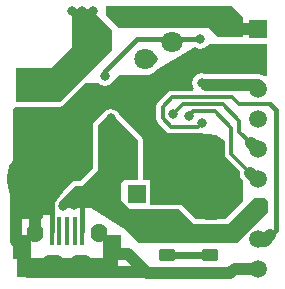
<source format=gbl>
G04*
G04 #@! TF.GenerationSoftware,Altium Limited,CircuitStudio,1.5.2 (30)*
G04*
G04 Layer_Physical_Order=2*
G04 Layer_Color=12500520*
%FSLAX25Y25*%
%MOIN*%
G70*
G01*
G75*
G04:AMPARAMS|DCode=10|XSize=55.12mil|YSize=43.31mil|CornerRadius=10.83mil|HoleSize=0mil|Usage=FLASHONLY|Rotation=180.000|XOffset=0mil|YOffset=0mil|HoleType=Round|Shape=RoundedRectangle|*
%AMROUNDEDRECTD10*
21,1,0.05512,0.02165,0,0,180.0*
21,1,0.03347,0.04331,0,0,180.0*
1,1,0.02165,-0.01673,0.01083*
1,1,0.02165,0.01673,0.01083*
1,1,0.02165,0.01673,-0.01083*
1,1,0.02165,-0.01673,-0.01083*
%
%ADD10ROUNDEDRECTD10*%
%ADD12R,0.01575X0.09449*%
%ADD24C,0.03937*%
%ADD25C,0.01575*%
%ADD26C,0.01181*%
%ADD28C,0.02362*%
%ADD39R,0.06299X0.06299*%
%ADD40O,0.05512X0.06299*%
G04:AMPARAMS|DCode=41|XSize=70.87mil|YSize=70.87mil|CornerRadius=17.72mil|HoleSize=0mil|Usage=FLASHONLY|Rotation=180.000|XOffset=0mil|YOffset=0mil|HoleType=Round|Shape=RoundedRectangle|*
%AMROUNDEDRECTD41*
21,1,0.07087,0.03543,0,0,180.0*
21,1,0.03543,0.07087,0,0,180.0*
1,1,0.03543,-0.01772,0.01772*
1,1,0.03543,0.01772,0.01772*
1,1,0.03543,0.01772,-0.01772*
1,1,0.03543,-0.01772,-0.01772*
%
%ADD41ROUNDEDRECTD41*%
%ADD42R,0.06299X0.07874*%
%ADD43C,0.19685*%
%ADD44R,0.07874X0.09449*%
G04:AMPARAMS|DCode=45|XSize=47.24mil|YSize=78.74mil|CornerRadius=11.81mil|HoleSize=0mil|Usage=FLASHONLY|Rotation=270.000|XOffset=0mil|YOffset=0mil|HoleType=Round|Shape=RoundedRectangle|*
%AMROUNDEDRECTD45*
21,1,0.04724,0.05512,0,0,270.0*
21,1,0.02362,0.07874,0,0,270.0*
1,1,0.02362,-0.02756,-0.01181*
1,1,0.02362,-0.02756,0.01181*
1,1,0.02362,0.02756,0.01181*
1,1,0.02362,0.02756,-0.01181*
%
%ADD45ROUNDEDRECTD45*%
%ADD46O,0.07874X0.04724*%
%ADD47R,0.07874X0.07874*%
%ADD48C,0.05906*%
%ADD49R,0.05906X0.05906*%
%ADD50R,0.05906X0.05906*%
%ADD51C,0.03150*%
%ADD52C,0.07087*%
%ADD53R,0.30709X0.07087*%
%ADD54R,0.14961X0.11417*%
G36*
X29921Y92126D02*
X37008Y85039D01*
X37008Y78347D01*
X19685Y61024D01*
X9449D01*
Y64961D01*
X23622Y79134D01*
Y92126D01*
X29921Y92126D01*
D02*
G37*
G36*
X45669Y48425D02*
X45669Y35039D01*
X41339Y35039D01*
X40157Y33858D01*
Y27944D01*
X42895Y25197D01*
X59449Y25197D01*
X64173Y20472D01*
X75590Y20472D01*
X84252Y29134D01*
X87795Y29134D01*
X88976Y27953D01*
Y24409D01*
X78740Y14173D01*
X45669D01*
X41732Y18504D01*
X29921Y25591D01*
X19291Y25591D01*
X19291Y27559D01*
X24803Y33071D01*
X27165D01*
D01*
X32283Y38189D01*
X32283Y53150D01*
X35827Y56693D01*
X37402D01*
X45669Y48425D01*
D02*
G37*
G36*
X77165Y92913D02*
X80709Y89370D01*
X80709Y82677D01*
X72441Y82677D01*
X69291Y85827D01*
X39370D01*
X35039Y90158D01*
X35039Y92913D01*
X43701D01*
X77165Y92913D01*
D02*
G37*
G36*
X88583Y69944D02*
X88329Y69742D01*
X87795Y69560D01*
X87209Y69952D01*
X85827Y70227D01*
X68504D01*
X68310Y70188D01*
X68158Y70290D01*
X66929Y70534D01*
X65700Y70290D01*
X64658Y69594D01*
X63962Y68552D01*
X63718Y67323D01*
X63962Y66094D01*
X64297Y65594D01*
X63876Y64806D01*
X57087D01*
X56242Y64638D01*
X55525Y64160D01*
X52376Y61010D01*
X51897Y60294D01*
X51729Y59449D01*
Y55512D01*
X51897Y54667D01*
X52376Y53951D01*
X55132Y51195D01*
X55848Y50716D01*
X56693Y50548D01*
X65748D01*
X66097Y50617D01*
X71653Y50000D01*
X74564Y48016D01*
Y43780D01*
X74732Y42935D01*
X75210Y42218D01*
X79618Y37811D01*
X79537Y37402D01*
X79812Y36019D01*
X80595Y34847D01*
X80709Y34733D01*
Y27861D01*
X74925Y22078D01*
X64838Y22078D01*
X60584Y26332D01*
X60584Y26332D01*
X60063Y26680D01*
X59839Y26725D01*
X59449Y26803D01*
X59449Y26803D01*
X49803Y26803D01*
Y34843D01*
X47436D01*
X47275Y35039D01*
X47275Y48425D01*
X47275Y48425D01*
X47153Y49040D01*
X47037Y49212D01*
X46805Y49560D01*
X46805Y49560D01*
X39494Y56872D01*
X38885Y57783D01*
X37843Y58479D01*
X36614Y58723D01*
X35385Y58479D01*
X34343Y57783D01*
X33735Y56872D01*
X31148Y54285D01*
X31148Y54285D01*
X30800Y53764D01*
X30780Y53662D01*
X30678Y53150D01*
X30678Y53149D01*
X30678Y38854D01*
X26500Y34677D01*
X24803D01*
X24803Y34677D01*
X24291Y34575D01*
X24189Y34554D01*
X23668Y34206D01*
X23668Y34206D01*
X18156Y28694D01*
X18156Y28694D01*
X18070Y28565D01*
X17808Y28174D01*
Y28174D01*
X17808Y28174D01*
X17686Y27559D01*
X17686Y27559D01*
X17686Y26533D01*
X17655Y26378D01*
X16970Y25984D01*
X16929D01*
X16929Y23785D01*
X16372Y23228D01*
X14173Y23228D01*
Y22604D01*
X13616Y22047D01*
X3937D01*
Y58781D01*
X4724Y59418D01*
X8939D01*
X9055Y59395D01*
X14567D01*
X14683Y59418D01*
X19685D01*
X20300Y59540D01*
X20820Y59888D01*
X20820Y59888D01*
X28346Y67414D01*
X32375D01*
X33417Y66718D01*
X34646Y66474D01*
X35875Y66718D01*
X36916Y67414D01*
X37343Y68052D01*
X39399Y70108D01*
X47661Y70083D01*
X48031Y70035D01*
X48386Y70081D01*
X49213Y70079D01*
X49577Y70297D01*
X50613Y70726D01*
X51682Y71547D01*
X51700Y71570D01*
X64671Y79347D01*
X65307Y78923D01*
X66535Y78679D01*
X67764Y78923D01*
X68806Y79619D01*
X69271Y80315D01*
X88583D01*
Y69944D01*
D02*
G37*
D10*
X69685Y9843D02*
D03*
Y3937D02*
D03*
X55512D02*
D03*
Y9843D02*
D03*
D12*
X19488Y18110D02*
D03*
X22047D02*
D03*
X24606D02*
D03*
X16929D02*
D03*
X27165D02*
D03*
D24*
X78347Y85433D02*
X85827D01*
X85039Y86221D02*
X85827Y85433D01*
X68504Y66614D02*
X85827D01*
X5118Y14567D02*
Y32677D01*
Y14567D02*
X7087Y12598D01*
X11417Y17323D02*
Y27953D01*
X42520Y10236D02*
X48425Y4331D01*
X39370Y10236D02*
X42520D01*
X37008Y12598D02*
X39370Y10236D01*
X69685Y3937D02*
X76378D01*
X55512D02*
X69685D01*
X48819D02*
X55512D01*
X76772Y4331D02*
X77874Y5433D01*
X76378Y3937D02*
X76772Y4331D01*
X37008D02*
X48425D01*
X48819Y3937D01*
X77874Y5433D02*
X85827D01*
X83150Y37402D02*
X85827Y34724D01*
X83307Y47244D02*
X85827Y44724D01*
Y14724D02*
X87953D01*
X89764Y16535D01*
D25*
X16929Y18110D02*
Y30709D01*
X27165Y18110D02*
Y26772D01*
X34646Y69685D02*
Y71260D01*
X45276Y81890D01*
X66535D01*
X89764Y60236D02*
X91732Y58268D01*
Y18504D02*
Y58268D01*
X89764Y16535D02*
X91732Y18504D01*
D26*
X53937Y55512D02*
Y59449D01*
Y55512D02*
X56693Y52756D01*
X79528Y51024D02*
X83307Y47244D01*
X53937Y59449D02*
X57087Y62598D01*
X57480Y57087D02*
X60630Y60236D01*
X62598Y56299D02*
X64173Y57874D01*
X56693Y52756D02*
X65748D01*
X66929Y53937D01*
X76772Y43780D02*
X83150Y37402D01*
X64173Y57874D02*
X71260D01*
X76772Y52362D01*
Y43780D02*
Y52362D01*
X60630Y60236D02*
X74016D01*
X79528Y54724D01*
Y51024D02*
Y54724D01*
X57087Y62598D02*
X77165D01*
X79528Y60236D01*
X89764D01*
D28*
X55512Y9843D02*
X69685D01*
D39*
X35827Y5512D02*
D03*
X8268D02*
D03*
D40*
X11417Y17323D02*
D03*
X32677D02*
D03*
D41*
X17323Y6299D02*
D03*
X26772D02*
D03*
D42*
X7087Y12598D02*
D03*
X37008D02*
D03*
D43*
X70079Y31496D02*
D03*
X11811Y35433D02*
D03*
D44*
Y67716D02*
D03*
D45*
Y63386D02*
D03*
D46*
Y55512D02*
D03*
D47*
Y51181D02*
D03*
D48*
X55276Y30315D02*
D03*
X85827Y65433D02*
D03*
Y55433D02*
D03*
Y45433D02*
D03*
Y35433D02*
D03*
Y25433D02*
D03*
Y15433D02*
D03*
Y5433D02*
D03*
Y75433D02*
D03*
D49*
X45276Y30315D02*
D03*
D50*
X85827Y85433D02*
D03*
D51*
X55512Y9843D02*
D03*
Y3937D02*
D03*
X69685D02*
D03*
Y9843D02*
D03*
X77559Y89370D02*
D03*
X40551Y50787D02*
D03*
X64961Y36614D02*
D03*
X75197Y26378D02*
D03*
X64961D02*
D03*
X75197Y36614D02*
D03*
X16929Y40551D02*
D03*
Y30315D02*
D03*
X6693D02*
D03*
Y40551D02*
D03*
X70079Y24409D02*
D03*
X62992Y31496D02*
D03*
X70079Y38583D02*
D03*
X77165Y31496D02*
D03*
X18898Y35433D02*
D03*
X11811Y28346D02*
D03*
X4724Y35433D02*
D03*
X11811Y42520D02*
D03*
X27165Y91339D02*
D03*
X23622D02*
D03*
X34646Y69685D02*
D03*
X66929Y67323D02*
D03*
X33071Y58268D02*
D03*
X28346Y46457D02*
D03*
X24409Y30315D02*
D03*
X57480Y57087D02*
D03*
X20866Y26378D02*
D03*
X24409Y26772D02*
D03*
X50000Y63386D02*
D03*
X37008Y51968D02*
D03*
X36614Y55512D02*
D03*
X66535Y81890D02*
D03*
X50787Y75197D02*
D03*
X30709Y91339D02*
D03*
X36614D02*
D03*
X41339D02*
D03*
X46063D02*
D03*
X50787D02*
D03*
X55512D02*
D03*
X60236D02*
D03*
X64961D02*
D03*
X65748Y87795D02*
D03*
X68504Y90551D02*
D03*
X57480Y67126D02*
D03*
X61713Y67224D02*
D03*
X66929Y53937D02*
D03*
X62598Y56299D02*
D03*
D52*
X57087Y81102D02*
D03*
X48031Y75197D02*
D03*
D53*
X23622Y5512D02*
D03*
D54*
X12205Y66732D02*
D03*
M02*

</source>
